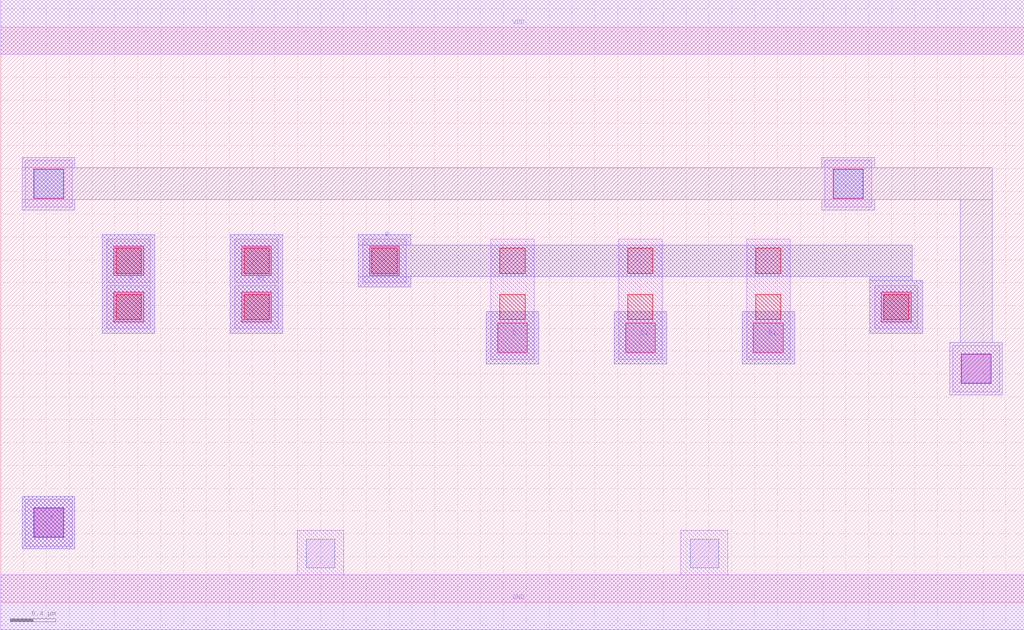
<source format=lef>
MACRO AAAOI222
 CLASS CORE ;
 FOREIGN AAAOI222 0 0 ;
 SIZE 8.96 BY 5.04 ;
 ORIGIN 0 0 ;
 SYMMETRY X Y R90 ;
 SITE unit ;
  PIN VDD
   DIRECTION INOUT ;
   USE POWER ;
   SHAPE ABUTMENT ;
    PORT
     CLASS CORE ;
       LAYER met1 ;
        RECT 0.00000000 4.80000000 8.96000000 5.28000000 ;
    END
  END VDD

  PIN GND
   DIRECTION INOUT ;
   USE POWER ;
   SHAPE ABUTMENT ;
    PORT
     CLASS CORE ;
       LAYER met1 ;
        RECT 0.00000000 -0.24000000 8.96000000 0.24000000 ;
    END
  END GND

  PIN Y
   DIRECTION INOUT ;
   USE SIGNAL ;
   SHAPE ABUTMENT ;
    PORT
     CLASS CORE ;
       LAYER met2 ;
        RECT 0.19000000 0.46700000 0.65000000 0.92700000 ;
    END
  END Y

  PIN A1
   DIRECTION INOUT ;
   USE SIGNAL ;
   SHAPE ABUTMENT ;
    PORT
     CLASS CORE ;
       LAYER met2 ;
        RECT 2.01000000 2.35700000 2.47000000 3.22200000 ;
    END
  END A1

  PIN C1
   DIRECTION INOUT ;
   USE SIGNAL ;
   SHAPE ABUTMENT ;
    PORT
     CLASS CORE ;
       LAYER met2 ;
        RECT 5.37000000 2.08700000 5.83000000 2.54700000 ;
    END
  END C1

  PIN B
   DIRECTION INOUT ;
   USE SIGNAL ;
   SHAPE ABUTMENT ;
    PORT
     CLASS CORE ;
       LAYER met2 ;
        RECT 7.61000000 2.35700000 8.07000000 2.81700000 ;
        RECT 3.13000000 2.76200000 3.59000000 2.85200000 ;
        RECT 7.61000000 2.81700000 7.98000000 2.85200000 ;
        RECT 3.13000000 2.85200000 7.98000000 3.13200000 ;
        RECT 3.13000000 3.13200000 3.59000000 3.22200000 ;
    END
  END B

  PIN C
   DIRECTION INOUT ;
   USE SIGNAL ;
   SHAPE ABUTMENT ;
    PORT
     CLASS CORE ;
       LAYER met2 ;
        RECT 4.25000000 2.08700000 4.71000000 2.54700000 ;
    END
  END C

  PIN B1
   DIRECTION INOUT ;
   USE SIGNAL ;
   SHAPE ABUTMENT ;
    PORT
     CLASS CORE ;
       LAYER met2 ;
        RECT 6.49000000 2.08700000 6.95000000 2.54700000 ;
    END
  END B1

  PIN A
   DIRECTION INOUT ;
   USE SIGNAL ;
   SHAPE ABUTMENT ;
    PORT
     CLASS CORE ;
       LAYER met2 ;
        RECT 0.89000000 2.35700000 1.35000000 3.22200000 ;
    END
  END A

 OBS
    LAYER polycont ;
     RECT 1.01000000 2.47700000 1.23000000 2.69700000 ;
     RECT 2.13000000 2.47700000 2.35000000 2.69700000 ;
     RECT 4.37000000 2.47700000 4.59000000 2.69700000 ;
     RECT 5.49000000 2.47700000 5.71000000 2.69700000 ;
     RECT 6.61000000 2.47700000 6.83000000 2.69700000 ;
     RECT 7.73000000 2.47700000 7.95000000 2.69700000 ;
     RECT 1.01000000 2.88200000 1.23000000 3.10200000 ;
     RECT 2.13000000 2.88200000 2.35000000 3.10200000 ;
     RECT 3.25000000 2.88200000 3.47000000 3.10200000 ;
     RECT 4.37000000 2.88200000 4.59000000 3.10200000 ;
     RECT 5.49000000 2.88200000 5.71000000 3.10200000 ;
     RECT 6.61000000 2.88200000 6.83000000 3.10200000 ;

    LAYER pdiffc ;
     RECT 0.29500000 3.54200000 0.54500000 3.79200000 ;
     RECT 7.29500000 3.54200000 7.54500000 3.79200000 ;

    LAYER ndiffc ;
     RECT 2.67500000 0.30200000 2.92500000 0.55200000 ;
     RECT 6.03500000 0.30200000 6.28500000 0.55200000 ;
     RECT 0.29500000 0.57200000 0.54500000 0.82200000 ;
     RECT 8.41500000 1.92200000 8.66500000 2.17200000 ;

    LAYER met1 ;
     RECT 0.00000000 -0.24000000 8.96000000 0.24000000 ;
     RECT 2.59500000 0.24000000 3.00500000 0.63200000 ;
     RECT 5.95500000 0.24000000 6.36500000 0.63200000 ;
     RECT 0.21500000 0.49200000 0.62500000 0.90200000 ;
     RECT 8.33500000 1.84200000 8.74500000 2.25200000 ;
     RECT 0.93000000 2.39700000 1.31000000 2.77700000 ;
     RECT 2.05000000 2.39700000 2.43000000 2.77700000 ;
     RECT 7.65000000 2.39700000 8.03000000 2.77700000 ;
     RECT 0.93000000 2.80200000 1.31000000 3.18200000 ;
     RECT 2.05000000 2.80200000 2.43000000 3.18200000 ;
     RECT 3.17000000 2.80200000 3.55000000 3.18200000 ;
     RECT 4.29000000 2.12700000 4.67000000 3.18200000 ;
     RECT 5.41000000 2.12700000 5.79000000 3.18200000 ;
     RECT 6.53000000 2.12700000 6.91000000 3.18200000 ;
     RECT 0.21500000 3.46200000 0.62500000 3.87200000 ;
     RECT 7.21500000 3.46200000 7.62500000 3.87200000 ;
     RECT 0.00000000 4.80000000 8.96000000 5.28000000 ;

    LAYER via1 ;
     RECT 0.29000000 0.56700000 0.55000000 0.82700000 ;
     RECT 8.41000000 1.91700000 8.67000000 2.17700000 ;
     RECT 4.35000000 2.18700000 4.61000000 2.44700000 ;
     RECT 5.47000000 2.18700000 5.73000000 2.44700000 ;
     RECT 6.59000000 2.18700000 6.85000000 2.44700000 ;
     RECT 0.99000000 2.45700000 1.25000000 2.71700000 ;
     RECT 2.11000000 2.45700000 2.37000000 2.71700000 ;
     RECT 7.71000000 2.45700000 7.97000000 2.71700000 ;
     RECT 0.99000000 2.86200000 1.25000000 3.12200000 ;
     RECT 2.11000000 2.86200000 2.37000000 3.12200000 ;
     RECT 3.23000000 2.86200000 3.49000000 3.12200000 ;
     RECT 0.29000000 3.53700000 0.55000000 3.79700000 ;
     RECT 7.29000000 3.53700000 7.55000000 3.79700000 ;

    LAYER met2 ;
     RECT 0.19000000 0.46700000 0.65000000 0.92700000 ;
     RECT 4.25000000 2.08700000 4.71000000 2.54700000 ;
     RECT 5.37000000 2.08700000 5.83000000 2.54700000 ;
     RECT 6.49000000 2.08700000 6.95000000 2.54700000 ;
     RECT 0.89000000 2.35700000 1.35000000 3.22200000 ;
     RECT 2.01000000 2.35700000 2.47000000 3.22200000 ;
     RECT 7.61000000 2.35700000 8.07000000 2.81700000 ;
     RECT 3.13000000 2.76200000 3.59000000 2.85200000 ;
     RECT 7.61000000 2.81700000 7.98000000 2.85200000 ;
     RECT 3.13000000 2.85200000 7.98000000 3.13200000 ;
     RECT 3.13000000 3.13200000 3.59000000 3.22200000 ;
     RECT 8.31000000 1.81700000 8.77000000 2.27700000 ;
     RECT 0.19000000 3.43700000 0.65000000 3.52700000 ;
     RECT 7.19000000 3.43700000 7.65000000 3.52700000 ;
     RECT 8.40000000 2.27700000 8.68000000 3.52700000 ;
     RECT 0.19000000 3.52700000 8.68000000 3.80700000 ;
     RECT 0.19000000 3.80700000 0.65000000 3.89700000 ;
     RECT 7.19000000 3.80700000 7.65000000 3.89700000 ;

 END
END AAAOI222

</source>
